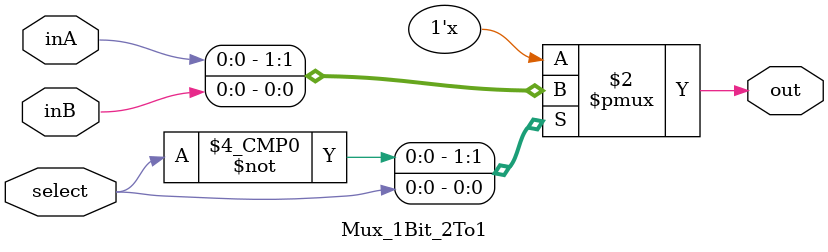
<source format=v>
`timescale 1ns / 1ps


module Mux_1Bit_2To1(out, inA, inB, select);

    
    input inA;
    input inB;
    input select;

    output reg out;
    
    
    always @(*)begin 
    
        case (select)
        
            1'b0:
            begin
                out <= inA;
            end

            1'b1:
            begin
                out <= inB;
            end


        endcase



    end

endmodule

</source>
